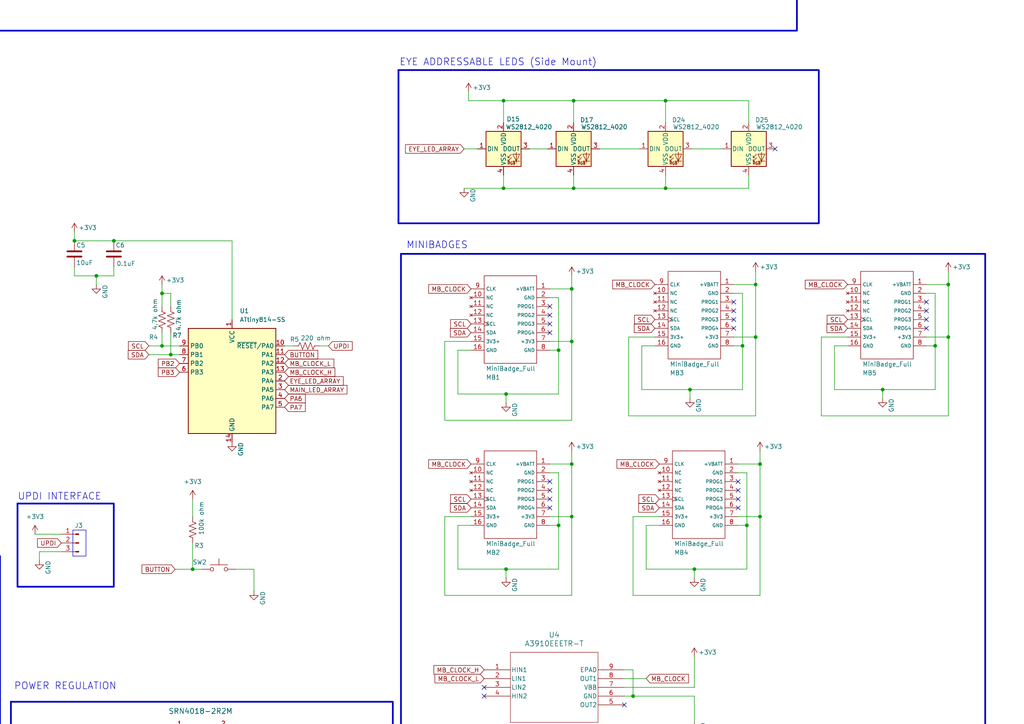
<source format=kicad_sch>
(kicad_sch (version 20250114) (generator "eeschema") (generator_version "9.0")
  (paper "A4")
  (rectangle (start 5.08 146.05) (end 33.0009 170.18) (stroke (width 0.5)))
  (rectangle (start -48.26 161.29) (end 0 248.92) (stroke (width 0.5)))
  (rectangle (start 116.2983 73.6329) (end 285.7499 219.6829) (stroke (width 0.5)))
  (rectangle (start 115.57 20.32) (end 237.49 64.77) (stroke (width 0.5)))
  (rectangle (start 21.1303 153.7425) (end 24.9403 161.29))
  (rectangle (start -32.8446 -115.57) (end 231.14 8.89) (stroke (width 0.5)))
  (rectangle (start 3.1647 203.5443) (end 113.9315 274.2889) (stroke (width 0.5)))
  (text "UV" (at 102.616 247.396 0) (effects (font (size 1.27 1.27)) (justify left bottom)))
  (text "X7R CAPS" (at 14.732 260.096 0) (effects (font (size 1.27 1.27))))
  (text "MINIBADGES" (at 117.8223 72.3629 0) (effects (font (size 2 2)) (justify left bottom)))
  (text "MAIN ADDRESSABLE LEDS (Side Mount)" (at -29.718 -117.856 0) (effects (font (size 2 2)) (justify left bottom)))
  (text "EYE ADDRESSABLE LEDS (Side Mount)" (at 115.824 19.304 0) (effects (font (size 2 2)) (justify left bottom)))
  (text "UPDI INTERFACE" (at 5.08 145.288 0) (effects (font (size 2 2)) (justify left bottom)))
  (text "POWER REGULATION" (at 4.0412 200.2734 0) (effects (font (size 2 2)) (justify left bottom)))
  (text "BATTERY AND USB" (at -48.006 160.782 0) (effects (font (size 2 2)) (justify left bottom)))
  (junction (at 220.4383 149.8329))
  (junction (at 30.48 -67.31))
  (junction (at 83.82 266.7))
  (junction (at 10.16 -55.88))
  (junction (at 166.37 54.61))
  (junction (at 158.75 -35.56))
  (junction (at 10.16 -67.31))
  (junction (at 134.62 -67.31))
  (junction (at 83.82 -55.88))
  (junction (at 34.29 241.3))
  (junction (at 34.29 229.87))
  (junction (at 165.8283 134.5929))
  (junction (at 215.3583 100.3029))
  (junction (at 200.1183 113.0029))
  (junction (at 110.49 -92.71))
  (junction (at 166.37 29.21))
  (junction (at 255.9983 113.0029))
  (junction (at 184.15 -35.56))
  (junction (at 219.1683 82.5229))
  (junction (at 40.64 240.03))
  (junction (at 80.01 266.7))
  (junction (at 146.05 54.61))
  (junction (at 134.62 -92.71))
  (junction (at 83.82 -35.56))
  (junction (at 11.43 -24.13))
  (junction (at 34.29 266.7))
  (junction (at 57.15 -35.56))
  (junction (at 83.82 229.87))
  (junction (at 110.49 -55.88))
  (junction (at 57.15 -55.88))
  (junction (at 110.49 -67.31))
  (junction (at 106.68 229.87))
  (junction (at 110.49 -35.56))
  (junction (at 40.64 234.95))
  (junction (at 165.8283 149.8329))
  (junction (at 183.6083 201.9029))
  (junction (at 46.99 85.09))
  (junction (at 10.16 -92.71))
  (junction (at 193.04 54.61))
  (junction (at 91.44 229.87))
  (junction (at 219.1683 97.7629))
  (junction (at 182.88 -67.31))
  (junction (at 275.0483 82.5229))
  (junction (at 134.62 -55.88))
  (junction (at 57.15 -67.31))
  (junction (at 146.05 29.21))
  (junction (at 25.4 229.9124))
  (junction (at 275.0483 97.7629))
  (junction (at 158.75 -92.71))
  (junction (at 30.48 -55.88))
  (junction (at 57.15 -92.71))
  (junction (at 83.82 -67.31))
  (junction (at 30.48 -35.56))
  (junction (at 134.62 -35.56))
  (junction (at 146.7783 114.2729))
  (junction (at 11.43 -6.35))
  (junction (at 146.7783 165.0729))
  (junction (at 10.16 -35.56))
  (junction (at 21.59 69.85))
  (junction (at 184.15 -55.88))
  (junction (at 80.01 257.81))
  (junction (at 55.88 165.1))
  (junction (at 271.2383 100.3029))
  (junction (at 193.04 29.21))
  (junction (at -5.08 201.93))
  (junction (at 216.6283 152.3729))
  (junction (at 165.8283 83.7929))
  (junction (at 182.88 -92.71))
  (junction (at 165.8283 99.0329))
  (junction (at 30.48 -92.71))
  (junction (at 49.53 102.87))
  (junction (at 46.99 100.33))
  (junction (at 162.0183 152.3729))
  (junction (at 83.82 -92.71))
  (junction (at 27.94 80.01))
  (junction (at -38.1 233.68))
  (junction (at 158.75 -55.88))
  (junction (at 201.3883 165.0729))
  (junction (at 220.4383 134.5929))
  (junction (at 77.47 229.87))
  (junction (at 33.02 69.85))
  (junction (at 80.01 255.27))
  (junction (at 162.0183 101.5729))
  (junction (at 158.75 -67.31))
  (no_connect (at 224.79 43.18))
  (no_connect (at 159.4783 93.9529))
  (no_connect (at 159.4783 142.2129))
  (no_connect (at 268.6983 95.2229))
  (no_connect (at 41.91 -15.24))
  (no_connect (at 214.0883 139.6729))
  (no_connect (at 268.6983 90.1429))
  (no_connect (at -15.24 207.01))
  (no_connect (at 212.8183 90.1429))
  (no_connect (at 214.0883 142.2129))
  (no_connect (at 159.4783 139.6729))
  (no_connect (at 140.4283 199.3629))
  (no_connect (at -15.24 212.09))
  (no_connect (at 159.4783 91.4129))
  (no_connect (at -15.24 214.63))
  (no_connect (at 140.4283 201.9029))
  (no_connect (at 159.4783 96.4929))
  (no_connect (at 268.6983 92.6829))
  (no_connect (at 181.0683 204.4429))
  (no_connect (at 268.6983 87.6029))
  (no_connect (at -15.24 209.55))
  (no_connect (at 212.8183 87.6029))
  (no_connect (at 212.8183 95.2229))
  (no_connect (at 214.0883 147.2929))
  (no_connect (at 212.8183 92.6829))
  (no_connect (at 159.4783 147.2929))
  (no_connect (at 159.4783 88.8729))
  (no_connect (at 159.4783 144.7529))
  (no_connect (at 214.0883 144.7529))
  (wire (pts (xy 212.09 -78.74) (xy 213.36 -78.74)))
  (wire (pts (xy 238.2183 120.6229) (xy 275.0483 120.6229)))
  (wire (pts (xy 83.82 -55.88) (xy 83.82 -53.34)))
  (wire (pts (xy 57.15 -55.88) (xy 57.15 -53.34)))
  (wire (pts (xy 49.53 102.87) (xy 52.07 102.87)))
  (wire (pts (xy 134.62 -35.56) (xy 134.62 -38.1)))
  (wire (pts (xy 17.78 -45.72) (xy 22.86 -45.72)))
  (wire (pts (xy 83.82 -55.88) (xy 110.49 -55.88)))
  (wire (pts (xy 27.94 82.55) (xy 27.94 80.01)))
  (wire (pts (xy 186.1483 113.0029) (xy 186.1483 100.3029)))
  (wire (pts (xy 83.82 -92.71) (xy 110.49 -92.71)))
  (wire (pts (xy 132.8083 114.2729) (xy 132.8083 101.5729)))
  (wire (pts (xy 182.3383 97.7629) (xy 182.3383 120.6229)))
  (wire (pts (xy 200.66 43.18) (xy 209.55 43.18)))
  (wire (pts (xy 136.6183 149.8329) (xy 128.9983 149.8329)))
  (wire (pts (xy 46.99 100.33) (xy 52.07 100.33)))
  (wire (pts (xy 76.2 255.27) (xy 80.01 255.27)))
  (wire (pts (xy 11.43 -6.35) (xy 11.43 -7.62)))
  (wire (pts (xy 36.83 241.3) (xy 34.29 241.3)))
  (wire (pts (xy 50.8 210.82) (xy 36.83 210.82)))
  (wire (pts (xy 36.83 210.82) (xy 36.83 224.79)))
  (wire (pts (xy 25.4 241.3) (xy 25.4 266.7)))
  (wire (pts (xy -40.64 171.45) (xy -40.64 179.07)))
  (wire (pts (xy 83.82 240.03) (xy 83.82 266.7)))
  (wire (pts (xy 201.3883 190.4729) (xy 201.3883 199.3629)))
  (wire (pts (xy 162.0183 114.2729) (xy 146.7783 114.2729)))
  (wire (pts (xy -5.08 -78.74) (xy 2.54 -78.74)))
  (wire (pts (xy -1.27 -62.23) (xy -1.27 -45.72)))
  (wire (pts (xy 219.1683 78.7129) (xy 219.1683 82.5229)))
  (wire (pts (xy 204.47 -71.12) (xy 204.47 -67.31)))
  (wire (pts (xy 173.99 43.18) (xy 185.42 43.18)))
  (wire (pts (xy 186.1483 100.3029) (xy 189.9583 100.3029)))
  (wire (pts (xy 212.8183 82.5229) (xy 219.1683 82.5229)))
  (wire (pts (xy 11.43 -24.13) (xy 34.29 -24.13)))
  (wire (pts (xy 193.04 29.21) (xy 193.04 35.56)))
  (wire (pts (xy 128.9983 172.6929) (xy 165.8283 172.6929)))
  (wire (pts (xy -7.62 201.93) (xy -5.08 201.93)))
  (wire (pts (xy 83.82 -35.56) (xy 83.82 -38.1)))
  (wire (pts (xy 134.62 -92.71) (xy 134.62 -86.36)))
  (wire (pts (xy 83.82 -67.31) (xy 110.49 -67.31)))
  (wire (pts (xy 146.7783 165.0729) (xy 132.8083 165.0729)))
  (wire (pts (xy 190.5 -78.74) (xy 196.85 -78.74)))
  (wire (pts (xy 166.37 -78.74) (xy 175.26 -78.74)))
  (wire (pts (xy 212.8183 100.3029) (xy 215.3583 100.3029)))
  (wire (pts (xy 220.4383 134.5929) (xy 220.4383 149.8329)))
  (wire (pts (xy 275.0483 78.7129) (xy 275.0483 82.5229)))
  (wire (pts (xy 142.24 -45.72) (xy 151.13 -45.72)))
  (wire (pts (xy 43.18 102.87) (xy 49.53 102.87)))
  (wire (pts (xy 215.3583 113.0029) (xy 200.1183 113.0029)))
  (wire (pts (xy 159.4783 149.8329) (xy 165.8283 149.8329)))
  (wire (pts (xy 118.11 -45.72) (xy 127 -45.72)))
  (wire (pts (xy 10.16 -67.31) (xy 30.48 -67.31)))
  (wire (pts (xy 24.2543 229.9124) (xy 25.4 229.9124)))
  (wire (pts (xy 34.29 240.03) (xy 34.29 241.3)))
  (wire (pts (xy 83.82 -71.12) (xy 83.82 -67.31)))
  (wire (pts (xy 216.6283 137.1329) (xy 216.6283 152.3729)))
  (wire (pts (xy 11.9642 232.4524) (xy 11.9642 232.41)))
  (wire (pts (xy 184.15 -35.56) (xy 184.15 -38.1)))
  (wire (pts (xy 214.0883 137.1329) (xy 216.6283 137.1329)))
  (wire (pts (xy 184.15 -35.56) (xy 205.74 -35.56)))
  (wire (pts (xy 134.62 -67.31) (xy 110.49 -67.31)))
  (wire (pts (xy -5.08 201.93) (xy -5.08 204.47)))
  (wire (pts (xy 110.49 -86.36) (xy 110.49 -92.71)))
  (wire (pts (xy 182.88 -92.71) (xy 158.75 -92.71)))
  (wire (pts (xy 110.49 -35.56) (xy 134.62 -35.56)))
  (wire (pts (xy 193.04 29.21) (xy 217.17 29.21)))
  (wire (pts (xy 128.9983 99.0329) (xy 128.9983 121.8929)))
  (wire (pts (xy 275.0483 120.6229) (xy 275.0483 97.7629)))
  (wire (pts (xy 183.6083 201.9029) (xy 201.3883 201.9029)))
  (wire (pts (xy 46.99 88.9) (xy 46.99 85.09)))
  (wire (pts (xy 91.44 229.87) (xy 91.44 232.41)))
  (wire (pts (xy 57.15 -92.71) (xy 83.82 -92.71)))
  (wire (pts (xy 134.62 -55.88) (xy 134.62 -53.34)))
  (wire (pts (xy 57.15 -35.56) (xy 83.82 -35.56)))
  (wire (pts (xy 10.16 -35.56) (xy 10.16 -38.1)))
  (wire (pts (xy 213.36 -45.72) (xy 218.44 -45.72)))
  (wire (pts (xy 106.68 241.3) (xy 106.68 245.11)))
  (wire (pts (xy 220.4383 130.7829) (xy 220.4383 134.5929)))
  (wire (pts (xy 268.6983 82.5229) (xy 275.0483 82.5229)))
  (wire (pts (xy 159.4783 152.3729) (xy 162.0183 152.3729)))
  (wire (pts (xy 30.48 -92.71) (xy 57.15 -92.71)))
  (wire (pts (xy 13.2342 227.33) (xy 11.43 227.33)))
  (wire (pts (xy 162.0183 165.0729) (xy 146.7783 165.0729)))
  (wire (pts (xy 67.31 69.85) (xy 33.02 69.85)))
  (wire (pts (xy 21.59 80.01) (xy 27.94 80.01)))
  (wire (pts (xy 92.71 100.33) (xy 95.25 100.33)))
  (wire (pts (xy 201.3883 165.0729) (xy 201.3883 167.6129)))
  (wire (pts (xy 204.47 -86.36) (xy 204.47 -92.71)))
  (wire (pts (xy 83.82 229.87) (xy 83.82 232.41)))
  (wire (pts (xy 134.62 43.18) (xy 138.43 43.18)))
  (wire (pts (xy 159.4783 137.1329) (xy 162.0183 137.1329)))
  (wire (pts (xy 83.82 -35.56) (xy 110.49 -35.56)))
  (wire (pts (xy 34.29 266.7) (xy 34.29 251.46)))
  (wire (pts (xy 30.48 -71.12) (xy 30.48 -67.31)))
  (wire (pts (xy 50.8 165.1) (xy 55.88 165.1)))
  (wire (pts (xy 76.2 240.03) (xy 77.47 240.03)))
  (wire (pts (xy 36.83 234.95) (xy 36.83 241.3)))
  (wire (pts (xy 153.67 43.18) (xy 158.75 43.18)))
  (wire (pts (xy -30.48 232.41) (xy -30.48 233.68)))
  (wire (pts (xy 165.8283 130.7829) (xy 165.8283 134.5929)))
  (wire (pts (xy 83.82 266.7) (xy 91.44 266.7)))
  (wire (pts (xy 30.48 -92.71) (xy 30.48 -86.36)))
  (wire (pts (xy 166.37 29.21) (xy 193.04 29.21)))
  (wire (pts (xy 146.05 29.21) (xy 146.05 35.56)))
  (wire (pts (xy 10.16 -92.71) (xy 30.48 -92.71)))
  (wire (pts (xy 76.2 229.87) (xy 77.47 229.87)))
  (wire (pts (xy 80.01 255.27) (xy 80.01 257.81)))
  (wire (pts (xy 110.49 -35.56) (xy 110.49 -38.1)))
  (wire (pts (xy 165.8283 83.7929) (xy 165.8283 99.0329)))
  (wire (pts (xy 10.16 -55.88) (xy 10.16 -53.34)))
  (wire (pts (xy 158.75 -35.56) (xy 158.75 -38.1)))
  (wire (pts (xy 213.36 -62.23) (xy -1.27 -62.23)))
  (wire (pts (xy 25.4 229.87) (xy 25.4 229.9124)))
  (wire (pts (xy 43.18 100.33) (xy 46.99 100.33)))
  (wire (pts (xy 271.2383 113.0029) (xy 255.9983 113.0029)))
  (wire (pts (xy 83.82 229.87) (xy 91.44 229.87)))
  (wire (pts (xy 6.35 -24.13) (xy 11.43 -24.13)))
  (wire (pts (xy 11.43 162.56) (xy 11.43 160.02)))
  (wire (pts (xy 34.29 229.87) (xy 34.29 232.41)))
  (wire (pts (xy 40.64 234.95) (xy 36.83 234.95)))
  (wire (pts (xy -2.54 -29.21) (xy -2.54 -15.24)))
  (wire (pts (xy 5.08 -55.88) (xy 10.16 -55.88)))
  (wire (pts (xy 166.37 54.61) (xy 193.04 54.61)))
  (wire (pts (xy 182.88 -92.71) (xy 182.88 -86.36)))
  (wire (pts (xy 166.37 29.21) (xy 166.37 35.56)))
  (wire (pts (xy 46.99 85.09) (xy 49.53 85.09)))
  (wire (pts (xy 68.58 165.1) (xy 73.66 165.1)))
  (wire (pts (xy 57.15 -55.88) (xy 83.82 -55.88)))
  (wire (pts (xy 213.36 -78.74) (xy 213.36 -62.23)))
  (wire (pts (xy 21.59 67.31) (xy 21.59 69.85)))
  (wire (pts (xy 13.2342 227.3724) (xy 13.2342 227.33)))
  (wire (pts (xy 5.08 -6.35) (xy 11.43 -6.35)))
  (wire (pts (xy 189.9583 97.7629) (xy 182.3383 97.7629)))
  (wire (pts (xy 106.68 229.87) (xy 106.68 233.68)))
  (wire (pts (xy 80.01 266.7) (xy 34.29 266.7)))
  (wire (pts (xy 91.44 -78.74) (xy 102.87 -78.74)))
  (wire (pts (xy -30.48 233.68) (xy -38.1 233.68)))
  (wire (pts (xy 83.82 -86.36) (xy 83.82 -92.71)))
  (wire (pts (xy 275.0483 82.5229) (xy 275.0483 97.7629)))
  (wire (pts (xy 49.53 96.52) (xy 49.53 102.87)))
  (wire (pts (xy 219.1683 82.5229) (xy 219.1683 97.7629)))
  (wire (pts (xy 159.4783 99.0329) (xy 165.8283 99.0329)))
  (wire (pts (xy 7.62 -35.56) (xy 10.16 -35.56)))
  (wire (pts (xy 184.15 -55.88) (xy 205.74 -55.88)))
  (wire (pts (xy 182.3383 120.6229) (xy 219.1683 120.6229)))
  (wire (pts (xy 21.59 77.47) (xy 21.59 80.01)))
  (wire (pts (xy 55.88 157.48) (xy 55.88 165.1)))
  (wire (pts (xy 17.78 -78.74) (xy 22.86 -78.74)))
  (wire (pts (xy 158.75 -71.12) (xy 158.75 -67.31)))
  (wire (pts (xy 30.48 -67.31) (xy 57.15 -67.31)))
  (wire (pts (xy 217.17 29.21) (xy 217.17 35.56)))
  (wire (pts (xy 80.01 266.7) (xy 83.82 266.7)))
  (wire (pts (xy 106.68 252.73) (xy 106.68 254)))
  (wire (pts (xy 132.8083 165.0729) (xy 132.8083 152.3729)))
  (wire (pts (xy 57.15 -67.31) (xy 83.82 -67.31)))
  (wire (pts (xy 218.44 -29.21) (xy -2.54 -29.21)))
  (wire (pts (xy 132.8083 152.3729) (xy 136.6183 152.3729)))
  (wire (pts (xy 81.28 224.79) (xy 76.2 224.79)))
  (wire (pts (xy 34.29 229.87) (xy 40.64 229.87)))
  (wire (pts (xy -38.1 232.41) (xy -38.1 233.68)))
  (wire (pts (xy 82.55 100.33) (xy 85.09 100.33)))
  (wire (pts (xy 218.44 -45.72) (xy 218.44 -29.21)))
  (wire (pts (xy 201.3883 165.0729) (xy 187.4183 165.0729)))
  (wire (pts (xy 118.11 -78.74) (xy 127 -78.74)))
  (wire (pts (xy 19.05 -15.24) (xy 26.67 -15.24)))
  (wire (pts (xy 187.4183 196.8229) (xy 181.0683 196.8229)))
  (wire (pts (xy 193.04 54.61) (xy 193.04 50.8)))
  (wire (pts (xy 13.2342 227.3724) (xy 14.0943 227.3724)))
  (wire (pts (xy 214.0883 152.3729) (xy 216.6283 152.3729)))
  (wire (pts (xy 10.16 154.94) (xy 17.78 154.94)))
  (wire (pts (xy 10.16 -55.88) (xy 30.48 -55.88)))
  (wire (pts (xy 30.48 -55.88) (xy 30.48 -53.34)))
  (wire (pts (xy 212.8183 97.7629) (xy 219.1683 97.7629)))
  (wire (pts (xy 36.83 224.79) (xy 40.64 224.79)))
  (wire (pts (xy 214.0883 134.5929) (xy 220.4383 134.5929)))
  (wire (pts (xy 220.4383 172.6929) (xy 220.4383 149.8329)))
  (wire (pts (xy 268.6983 100.3029) (xy 271.2383 100.3029)))
  (wire (pts (xy 77.47 240.03) (xy 77.47 229.87)))
  (wire (pts (xy 158.75 -92.71) (xy 158.75 -86.36)))
  (wire (pts (xy -2.54 -15.24) (xy 3.81 -15.24)))
  (wire (pts (xy 135.89 26.67) (xy 135.89 29.21)))
  (wire (pts (xy 132.8083 101.5729) (xy 136.6183 101.5729)))
  (wire (pts (xy 80.01 257.81) (xy 80.01 266.7)))
  (wire (pts (xy 200.1183 113.0029) (xy 200.1183 115.5429)))
  (wire (pts (xy 76.2 250.19) (xy 80.01 250.19)))
  (wire (pts (xy 182.88 -67.31) (xy 158.75 -67.31)))
  (wire (pts (xy 66.04 210.82) (xy 81.28 210.82)))
  (wire (pts (xy 255.9983 113.0029) (xy 242.0283 113.0029)))
  (wire (pts (xy 214.0883 149.8329) (xy 220.4383 149.8329)))
  (wire (pts (xy 81.28 210.82) (xy 81.28 224.79)))
  (wire (pts (xy 142.24 -78.74) (xy 151.13 -78.74)))
  (wire (pts (xy 21.59 69.85) (xy 33.02 69.85)))
  (wire (pts (xy 165.8283 79.9829) (xy 165.8283 83.7929)))
  (wire (pts (xy 57.15 -35.56) (xy 57.15 -38.1)))
  (wire (pts (xy 38.1 -45.72) (xy 49.53 -45.72)))
  (wire (pts (xy 245.8383 97.7629) (xy 238.2183 97.7629)))
  (wire (pts (xy 166.37 50.8) (xy 166.37 54.61)))
  (wire (pts (xy 49.53 85.09) (xy 49.53 88.9)))
  (wire (pts (xy 64.77 -78.74) (xy 76.2 -78.74)))
  (wire (pts (xy 158.75 -67.31) (xy 134.62 -67.31)))
  (wire (pts (xy 146.05 29.21) (xy 166.37 29.21)))
  (wire (pts (xy 73.66 165.1) (xy 73.66 171.45)))
  (wire (pts (xy 219.1683 120.6229) (xy 219.1683 97.7629)))
  (wire (pts (xy 268.6983 97.7629) (xy 275.0483 97.7629)))
  (wire (pts (xy -1.27 -45.72) (xy 2.54 -45.72)))
  (wire (pts (xy 134.62 -92.71) (xy 110.49 -92.71)))
  (wire (pts (xy 10.16 -71.12) (xy 10.16 -67.31)))
  (wire (pts (xy 38.1 -78.74) (xy 49.53 -78.74)))
  (wire (pts (xy 40.64 234.95) (xy 40.64 240.03)))
  (wire (pts (xy 46.99 82.55) (xy 46.99 85.09)))
  (wire (pts (xy 30.48 -35.56) (xy 30.48 -38.1)))
  (wire (pts (xy 11.43 -24.13) (xy 11.43 -22.86)))
  (wire (pts (xy 162.0183 101.5729) (xy 162.0183 114.2729)))
  (wire (pts (xy 204.47 -92.71) (xy 182.88 -92.71)))
  (wire (pts (xy 80.01 250.19) (xy 80.01 255.27)))
  (wire (pts (xy 158.75 -55.88) (xy 184.15 -55.88)))
  (wire (pts (xy 242.0283 113.0029) (xy 242.0283 100.3029)))
  (wire (pts (xy 110.49 -71.12) (xy 110.49 -67.31)))
  (wire (pts (xy 158.75 -92.71) (xy 134.62 -92.71)))
  (wire (pts (xy 215.3583 100.3029) (xy 215.3583 113.0029)))
  (wire (pts (xy 204.47 -67.31) (xy 182.88 -67.31)))
  (wire (pts (xy 166.37 -45.72) (xy 176.53 -45.72)))
  (wire (pts (xy 268.6983 85.0629) (xy 271.2383 85.0629)))
  (wire (pts (xy 135.89 29.21) (xy 146.05 29.21)))
  (wire (pts (xy 165.8283 121.8929) (xy 165.8283 99.0329)))
  (wire (pts (xy 183.6083 172.6929) (xy 220.4383 172.6929)))
  (wire (pts (xy 191.77 -45.72) (xy 198.12 -45.72)))
  (wire (pts (xy 158.75 -35.56) (xy 184.15 -35.56)))
  (wire (pts (xy 158.75 -55.88) (xy 158.75 -53.34)))
  (wire (pts (xy 212.8183 85.0629) (xy 215.3583 85.0629)))
  (wire (pts (xy 165.8283 134.5929) (xy 165.8283 149.8329)))
  (wire (pts (xy 136.6183 99.0329) (xy 128.9983 99.0329)))
  (wire (pts (xy 205.74 -55.88) (xy 205.74 -53.34)))
  (wire (pts (xy 34.29 -6.35) (xy 34.29 -7.62)))
  (wire (pts (xy 215.3583 85.0629) (xy 215.3583 100.3029)))
  (wire (pts (xy 55.88 165.1) (xy 58.42 165.1)))
  (wire (pts (xy 34.29 -24.13) (xy 34.29 -22.86)))
  (wire (pts (xy 242.0283 100.3029) (xy 245.8383 100.3029)))
  (wire (pts (xy 162.0183 86.3329) (xy 162.0183 101.5729)))
  (wire (pts (xy 187.4183 165.0729) (xy 187.4183 152.3729)))
  (wire (pts (xy -7.62 199.39) (xy -5.08 199.39)))
  (wire (pts (xy -8.89 -67.31) (xy 10.16 -67.31)))
  (wire (pts (xy 30.48 -35.56) (xy 57.15 -35.56)))
  (wire (pts (xy 165.8283 172.6929) (xy 165.8283 149.8329)))
  (wire (pts (xy 10.16 -92.71) (xy 10.16 -86.36)))
  (wire (pts (xy 91.44 229.87) (xy 106.68 229.87)))
  (wire (pts (xy 146.05 54.61) (xy 166.37 54.61)))
  (wire (pts (xy 216.6283 152.3729) (xy 216.6283 165.0729)))
  (wire (pts (xy 11.9642 232.41) (xy 11.43 232.41)))
  (wire (pts (xy -5.08 199.39) (xy -5.08 201.93)))
  (wire (pts (xy 159.4783 86.3329) (xy 162.0183 86.3329)))
  (wire (pts (xy 200.1183 113.0029) (xy 186.1483 113.0029)))
  (wire (pts (xy 40.64 240.03) (xy 40.64 247.65)))
  (wire (pts (xy 64.77 -45.72) (xy 76.2 -45.72)))
  (wire (pts (xy 33.02 80.01) (xy 33.02 77.47)))
  (wire (pts (xy 30.48 -55.88) (xy 57.15 -55.88)))
  (wire (pts (xy 205.74 -35.56) (xy 205.74 -38.1)))
  (wire (pts (xy 193.04 54.61) (xy 217.17 54.61)))
  (wire (pts (xy 67.31 92.71) (xy 67.31 69.85)))
  (wire (pts (xy 183.6083 194.2829) (xy 183.6083 201.9029)))
  (wire (pts (xy 187.4183 152.3729) (xy 191.2283 152.3729)))
  (wire (pts (xy 159.4783 134.5929) (xy 165.8283 134.5929)))
  (wire (pts (xy 25.4 229.9124) (xy 25.4 233.68)))
  (wire (pts (xy 10.16 -35.56) (xy 30.48 -35.56)))
  (wire (pts (xy 255.9983 113.0029) (xy 255.9983 115.5429)))
  (wire (pts (xy 271.2383 85.0629) (xy 271.2383 100.3029)))
  (wire (pts (xy 162.0183 152.3729) (xy 162.0183 165.0729)))
  (wire (pts (xy 216.6283 165.0729) (xy 201.3883 165.0729)))
  (wire (pts (xy 238.2183 97.7629) (xy 238.2183 120.6229)))
  (wire (pts (xy 57.15 -92.71) (xy 57.15 -86.36)))
  (wire (pts (xy 159.4783 101.5729) (xy 162.0183 101.5729)))
  (wire (pts (xy 184.15 -55.88) (xy 184.15 -53.34)))
  (wire (pts (xy -29.21 171.45) (xy -24.13 171.45)))
  (wire (pts (xy 11.43 -6.35) (xy 34.29 -6.35)))
  (wire (pts (xy 77.47 229.87) (xy 83.82 229.87)))
  (wire (pts (xy -10.16 -95.25) (xy -10.16 -92.71)))
  (wire (pts (xy 91.44 -45.72) (xy 102.87 -45.72)))
  (wire (pts (xy 146.7783 114.2729) (xy 132.8083 114.2729)))
  (wire (pts (xy 146.05 50.8) (xy 146.05 54.61)))
  (wire (pts (xy -10.16 -92.71) (xy 10.16 -92.71)))
  (wire (pts (xy -39.37 171.45) (xy -40.64 171.45)))
  (wire (pts (xy 46.99 96.52) (xy 46.99 100.33)))
  (wire (pts (xy 91.44 266.7) (xy 91.44 240.03)))
  (wire (pts (xy 182.88 -71.12) (xy 182.88 -67.31)))
  (wire (pts (xy 128.9983 149.8329) (xy 128.9983 172.6929)))
  (wire (pts (xy 110.49 -55.88) (xy 134.62 -55.88)))
  (wire (pts (xy 159.4783 83.7929) (xy 165.8283 83.7929)))
  (wire (pts (xy 128.9983 121.8929) (xy 165.8283 121.8929)))
  (wire (pts (xy 181.0683 194.2829) (xy 183.6083 194.2829)))
  (wire (pts (xy 217.17 54.61) (xy 217.17 50.8)))
  (wire (pts (xy 110.49 -55.88) (xy 110.49 -53.34)))
  (wire (pts (xy 181.0683 199.3629) (xy 201.3883 199.3629)))
  (wire (pts (xy 134.62 -55.88) (xy 158.75 -55.88)))
  (wire (pts (xy 76.2 257.81) (xy 80.01 257.81)))
  (wire (pts (xy 201.3883 201.9029) (xy 201.3883 209.5229)))
  (wire (pts (xy 162.0183 137.1329) (xy 162.0183 152.3729)))
  (wire (pts (xy 134.62 -35.56) (xy 158.75 -35.56)))
  (wire (pts (xy 106.68 229.87) (xy 106.68 222.25)))
  (wire (pts (xy 146.7783 165.0729) (xy 146.7783 167.6129)))
  (wire (pts (xy 25.4 266.7) (xy 34.29 266.7)))
  (wire (pts (xy 57.15 -71.12) (xy 57.15 -67.31)))
  (wire (pts (xy 25.4 229.87) (xy 34.29 229.87)))
  (wire (pts (xy 34.29 241.3) (xy 34.29 243.84)))
  (wire (pts (xy 146.7783 114.2729) (xy 146.7783 116.8129)))
  (wire (pts (xy 134.62 54.61) (xy 146.05 54.61)))
  (wire (pts (xy 183.6083 149.8329) (xy 183.6083 172.6929)))
  (wire (pts (xy 191.2283 149.8329) (xy 183.6083 149.8329)))
  (wire (pts (xy 181.0683 201.9029) (xy 183.6083 201.9029)))
  (wire (pts (xy 11.9642 232.4524) (xy 14.0943 232.4524)))
  (wire (pts (xy 271.2383 100.3029) (xy 271.2383 113.0029)))
  (wire (pts (xy 27.94 80.01) (xy 33.02 80.01)))
  (wire (pts (xy -38.1 233.68) (xy -38.1 236.22)))
  (wire (pts (xy 11.43 160.02) (xy 17.78 160.02)))
  (wire (pts (xy 134.62 -71.12) (xy 134.62 -67.31)))
  (wire (pts (xy 55.88 144.78) (xy 55.88 149.86)))
  (global_label "MB_CLOCK" (shape input) (at 245.8383 82.5229 180) (property "Intersheetrefs" "${INTERSHEET_REFS}" (effects (hide yes))))
  (global_label "VBUS" (shape input) (at -15.24 194.31 0) (property "Intersheetrefs" "${INTERSHEET_REFS}" (effects (hide yes))))
  (global_label "MB_CLOCK" (shape input) (at 136.6183 134.5929 180) (property "Intersheetrefs" "${INTERSHEET_REFS}" (effects (hide yes))))
  (global_label "SCL" (shape input) (at 245.8383 92.6829 180) (property "Intersheetrefs" "${INTERSHEET_REFS}" (effects (hide yes))))
  (global_label "SCL" (shape input) (at 136.6183 144.7529 180) (property "Intersheetrefs" "${INTERSHEET_REFS}" (effects (hide yes))))
  (global_label "EYE_LED_ARRAY" (shape input) (at 134.62 43.18 180) (property "Intersheetrefs" "${INTERSHEET_REFS}" (effects (hide yes))))
  (global_label "MAIN_LED_ARRAY" (shape input) (at -5.08 -78.74 180) (property "Intersheetrefs" "${INTERSHEET_REFS}" (effects (hide yes))))
  (global_label "SDA" (shape input) (at 189.9583 95.2229 180) (property "Intersheetrefs" "${INTERSHEET_REFS}" (effects (hide yes))))
  (global_label "BATT" (shape input) (at -24.13 171.45 0) (property "Intersheetrefs" "${INTERSHEET_REFS}" (effects (hide yes))))
  (global_label "SDA" (shape input) (at 43.18 102.87 180) (property "Intersheetrefs" "${INTERSHEET_REFS}" (effects (hide yes))))
  (global_label "PA7" (shape input) (at 82.55 118.11 0) (property "Intersheetrefs" "${INTERSHEET_REFS}" (effects (hide yes))))
  (global_label "MB_CLOCK" (shape input) (at 191.2283 134.5929 180) (property "Intersheetrefs" "${INTERSHEET_REFS}" (effects (hide yes))))
  (global_label "SCL" (shape input) (at 189.9583 92.6829 180) (property "Intersheetrefs" "${INTERSHEET_REFS}" (effects (hide yes))))
  (global_label "MB_CLOCK_H" (shape input) (at 82.55 107.95 0) (property "Intersheetrefs" "${INTERSHEET_REFS}" (effects (hide yes))))
  (global_label "SCL" (shape input) (at 136.6183 93.9529 180) (property "Intersheetrefs" "${INTERSHEET_REFS}" (effects (hide yes))))
  (global_label "BUTTON" (shape input) (at 50.8 165.1 180) (property "Intersheetrefs" "${INTERSHEET_REFS}" (effects (hide yes))))
  (global_label "MB_CLOCK" (shape input) (at 189.9583 82.5229 180) (property "Intersheetrefs" "${INTERSHEET_REFS}" (effects (hide yes))))
  (global_label "BATT" (shape input) (at 11.43 232.41 180) (property "Intersheetrefs" "${INTERSHEET_REFS}" (effects (hide yes))))
  (global_label "PA6" (shape input) (at 82.55 115.57 0) (property "Intersheetrefs" "${INTERSHEET_REFS}" (effects (hide yes))))
  (global_label "SDA" (shape input) (at 191.2283 147.2929 180) (property "Intersheetrefs" "${INTERSHEET_REFS}" (effects (hide yes))))
  (global_label "SDA" (shape input) (at 136.6183 147.2929 180) (property "Intersheetrefs" "${INTERSHEET_REFS}" (effects (hide yes))))
  (global_label "VBUS" (shape input) (at 11.43 227.33 180) (property "Intersheetrefs" "${INTERSHEET_REFS}" (effects (hide yes))))
  (global_label "EYE_LED_ARRAY" (shape input) (at 82.55 110.49 0) (property "Intersheetrefs" "${INTERSHEET_REFS}" (effects (hide yes))))
  (global_label "SDA" (shape input) (at 136.6183 96.4929 180) (property "Intersheetrefs" "${INTERSHEET_REFS}" (effects (hide yes))))
  (global_label "SDA" (shape input) (at 245.8383 95.2229 180) (property "Intersheetrefs" "${INTERSHEET_REFS}" (effects (hide yes))))
  (global_label "MB_CLOCK_L" (shape input) (at 140.4283 196.8229 180) (property "Intersheetrefs" "${INTERSHEET_REFS}" (effects (hide yes))))
  (global_label "MB_CLOCK_L" (shape input) (at 82.55 105.41 0) (property "Intersheetrefs" "${INTERSHEET_REFS}" (effects (hide yes))))
  (global_label "MAIN_LED_ARRAY" (shape input) (at 82.55 113.03 0) (property "Intersheetrefs" "${INTERSHEET_REFS}" (effects (hide yes))))
  (global_label "PB3" (shape input) (at 52.07 107.95 180) (property "Intersheetrefs" "${INTERSHEET_REFS}" (effects (hide yes))))
  (global_label "UPDI" (shape input) (at 95.25 100.33 0) (property "Intersheetrefs" "${INTERSHEET_REFS}" (effects (hide yes))))
  (global_label "SCL" (shape input) (at 191.2283 144.7529 180) (property "Intersheetrefs" "${INTERSHEET_REFS}" (effects (hide yes))))
  (global_label "PB2" (shape input) (at 52.07 105.41 180) (property "Intersheetrefs" "${INTERSHEET_REFS}" (effects (hide yes))))
  (global_label "SCL" (shape input) (at 43.18 100.33 180) (property "Intersheetrefs" "${INTERSHEET_REFS}" (effects (hide yes))))
  (global_label "MB_CLOCK" (shape input) (at 187.4183 196.8229 0) (property "Intersheetrefs" "${INTERSHEET_REFS}" (effects (hide yes))))
  (global_label "MB_CLOCK_H" (shape input) (at 140.4283 194.2829 180) (property "Intersheetrefs" "${INTERSHEET_REFS}" (effects (hide yes))))
  (global_label "MB_CLOCK" (shape input) (at 136.6183 83.7929 180) (property "Intersheetrefs" "${INTERSHEET_REFS}" (effects (hide yes))))
  (global_label "BUTTON" (shape input) (at 82.55 102.87 0) (property "Intersheetrefs" "${INTERSHEET_REFS}" (effects (hide yes))))
  (global_label "UPDI" (shape input) (at 17.78 157.48 180) (property "Intersheetrefs" "${INTERSHEET_REFS}" (effects (hide yes))))
  (symbol (lib_id "MiniBadge:MiniBadge_Full") (at 201.3883 91.4129 270) (unit 1)
    (property "Reference" "MB3" (at 194.2763 108.1769 90) (effects (justify left)))
    (property "Value" "MiniBadge_Full" (at 194.2763 105.6369 90) (effects (justify left)))
    (property "Footprint" "MiniBadge:MiniBadge_Slot_Reflective" (effects (hide yes)))
  )
  (symbol (lib_id "PCM_marbastlib-various:WS2812_4020") (at 217.17 43.18 0) (unit 1)
    (property "Reference" "D25" (at 220.98 34.798 0))
    (property "Value" "WS2812_4020" (at 226.06 36.83 0))
    (property "Footprint" "mad_hatter_badge:sk6812-side-a" (effects (hide yes)))
    (property "Datasheet" "https://datasheet.lcsc.com/lcsc/2012110135_Worldsemi-WS2812B-4020_C965557.pdf" (effects (hide yes)))
    (property "Description" "4020 SMD adressable RGB LED with integrated controller" (effects (hide yes)))
  )
  (symbol (lib_id "power:GND") (at 200.1183 115.5429 0) (unit 1)
    (property "Reference" "#PWR024" (effects (hide yes)))
    (property "Value" "GND" (at 202.6583 115.5429 90) (effects (justify right)))
  )
  (symbol (lib_id "power:GND") (at 146.7783 167.6129 0) (unit 1)
    (property "Reference" "#PWR022" (effects (hide yes)))
    (property "Value" "GND" (at 149.3183 167.6129 90) (effects (justify right)))
  )
  (symbol (lib_id "power:GND") (at -40.64 179.07 0) (unit 1)
    (property "Reference" "#PWR08" (effects (hide yes)))
    (property "Value" "GND" (at -38.1 179.07 90) (effects (justify right)))
  )
  (symbol (lib_id "PCM_marbastlib-various:WS2812_4020") (at 34.29 -15.24 0) (unit 1)
    (property "Reference" "D23" (at 37.592 -24.638 0))
    (property "Value" "WS2812_4020" (at 42.672 -21.844 0))
    (property "Footprint" "mad_hatter_badge:sk6812-side-a" (effects (hide yes)))
    (property "Datasheet" "https://datasheet.lcsc.com/lcsc/2012110135_Worldsemi-WS2812B-4020_C965557.pdf" (effects (hide yes)))
    (property "Description" "4020 SMD adressable RGB LED with integrated controller" (effects (hide yes)))
  )
  (symbol (lib_id "2024-08-26_15-06-03:SRN4018-2R2M") (at 66.04 210.82 180) (unit 1)
    (property "Reference" "L1" (at 58.42 218.44 0) (effects (font (size 1.524 1.524))))
    (property "Value" "SRN4018-2R2M" (at 58.166 206.248 0) (effects (font (size 1.524 1.524))))
    (property "Footprint" "Inductor_SMD:L_Bourns-SRN4018" (effects (hide yes)))
    (property "Datasheet" "SRN4018-2R2M" (effects (hide yes)))
  )
  (symbol (lib_id "power:+3V3") (at 5.08 -55.88 0) (unit 1)
    (property "Reference" "#PWR06" (effects (hide yes)))
    (property "Value" "+3V3" (at 8.89 -57.15 0))
  )
  (symbol (lib_id "MiniBadge:MiniBadge_Full") (at 202.6583 143.4829 270) (unit 1)
    (property "Reference" "MB4" (at 195.5463 160.2469 90) (effects (justify left)))
    (property "Value" "MiniBadge_Full" (at 195.5463 157.7069 90) (effects (justify left)))
    (property "Footprint" "MiniBadge:MiniBadge_Slot_Reflective" (effects (hide yes)))
  )
  (symbol (lib_id "power:+3V3") (at 21.59 67.31 0) (unit 1)
    (property "Reference" "#PWR020" (effects (hide yes)))
    (property "Value" "+3V3" (at 25.4 66.04 0))
  )
  (symbol (lib_id "PCM_marbastlib-various:WS2812_4020") (at 110.49 -45.72 0) (unit 1)
    (property "Reference" "D16" (at 113.792 -55.118 0))
    (property "Value" "WS2812_4020" (at 118.872 -52.324 0))
    (property "Footprint" "mad_hatter_badge:sk6812-side-a" (effects (hide yes)))
    (property "Datasheet" "https://datasheet.lcsc.com/lcsc/2012110135_Worldsemi-WS2812B-4020_C965557.pdf" (effects (hide yes)))
    (property "Description" "4020 SMD adressable RGB LED with integrated controller" (effects (hide yes)))
  )
  (symbol (lib_id "PCM_marbastlib-various:WS2812_4020") (at 57.15 -45.72 0) (unit 1)
    (property "Reference" "D7" (at 60.452 -55.118 0))
    (property "Value" "WS2812_4020" (at 65.532 -52.324 0))
    (property "Footprint" "mad_hatter_badge:sk6812-side-a" (effects (hide yes)))
    (property "Datasheet" "https://datasheet.lcsc.com/lcsc/2012110135_Worldsemi-WS2812B-4020_C965557.pdf" (effects (hide yes)))
    (property "Description" "4020 SMD adressable RGB LED with integrated controller" (effects (hide yes)))
  )
  (symbol (lib_id "Device:R_US") (at 34.29 236.22 0) (unit 1)
    (property "Reference" "R1" (at 29.718 241.046 0) (effects (justify left)))
    (property "Value" "100 ohm" (at 32.258 239.268 90) (effects (justify left)))
    (property "Footprint" "Resistor_SMD:R_0603_1608Metric_Pad0.98x0.95mm_HandSolder" (effects (hide yes)))
  )
  (symbol (lib_id "power:GND") (at 201.3883 209.5229 0) (unit 1)
    (property "Reference" "#PWR037" (effects (hide yes)))
    (property "Value" "GND" (at 203.9283 209.5229 90) (effects (justify right)))
  )
  (symbol (lib_id "Device:R_US") (at 88.9 100.33 270) (unit 1)
    (property "Reference" "R5" (at 84.09 98.4547 90) (effects (justify left)))
    (property "Value" "220 ohm" (at 87.1757 98.0683 90) (effects (justify left)))
    (property "Footprint" "Resistor_SMD:R_0603_1608Metric_Pad0.98x0.95mm_HandSolder" (effects (hide yes)))
  )
  (symbol (lib_id "power:GND") (at -38.1 236.22 0) (unit 1)
    (property "Reference" "#PWR011" (effects (hide yes)))
    (property "Value" "GND" (at -36.068 237.49 90) (effects (justify right)))
  )
  (symbol (lib_id "MiniBadge:MiniBadge_Full") (at 257.2683 91.4129 270) (unit 1)
    (property "Reference" "MB5" (at 250.1563 108.1769 90) (effects (justify left)))
    (property "Value" "MiniBadge_Full" (at 250.1563 105.6369 90) (effects (justify left)))
    (property "Footprint" "MiniBadge:MiniBadge_Slot_Reflective" (effects (hide yes)))
  )
  (symbol (lib_id "Device:C") (at 21.59 73.66 0) (unit 1)
    (property "Reference" "C5" (at 22.098 71.12 0) (effects (justify left)))
    (property "Value" "10uF" (at 22.098 76.2 0) (effects (justify left)))
    (property "Footprint" "Capacitor_SMD:C_0805_2012Metric_Pad1.18x1.45mm_HandSolder" (effects (hide yes)))
    (property "Description" "Unpolarized capacitor" (effects (hide yes)))
  )
  (symbol (lib_id "power:+3V3") (at 106.68 222.25 0) (unit 1)
    (property "Reference" "#PWR02" (effects (hide yes)))
    (property "Value" "+3V3" (at 102.108 220.472 0))
  )
  (symbol (lib_id "MiniBadge:MiniBadge_Full") (at 148.0483 92.6829 270) (unit 1)
    (property "Reference" "MB1" (at 140.9363 109.4469 90) (effects (justify left)))
    (property "Value" "MiniBadge_Full" (at 140.9363 106.9069 90) (effects (justify left)))
    (property "Footprint" "MiniBadge:MiniBadge_Slot_Reflective" (effects (hide yes)))
  )
  (symbol (lib_id "Switch:SW_SPDT") (at 19.1743 229.9124 0) (mirror y) (unit 1)
    (property "Reference" "SW1" (at 19.1743 221.0224 0))
    (property "Value" "SW_DPDT" (at 19.1743 223.5624 0))
    (property "Footprint" "2025_bsides:js202011jaqn" (effects (hide yes)))
  )
  (symbol (lib_id "Device:R_US") (at -11.43 201.93 270) (unit 1)
    (property "Reference" "R8" (at -8.128 203.708 90))
    (property "Value" "5.1k" (at -11.938 203.708 90))
    (property "Footprint" "Resistor_SMD:R_0603_1608Metric_Pad0.98x0.95mm_HandSolder" (effects (hide yes)))
    (property "Description" "Resistor, US symbol" (effects (hide yes)))
  )
  (symbol (lib_id "PCM_marbastlib-various:WS2812_4020") (at 57.15 -78.74 0) (unit 1)
    (property "Reference" "D6" (at 60.706 -86.614 0))
    (property "Value" "WS2812_4020" (at 69.596 -84.582 0))
    (property "Footprint" "mad_hatter_badge:sk6812-side-a" (effects (hide yes)))
    (property "Datasheet" "https://datasheet.lcsc.com/lcsc/2012110135_Worldsemi-WS2812B-4020_C965557.pdf" (effects (hide yes)))
    (property "Description" "4020 SMD adressable RGB LED with integrated controller" (effects (hide yes)))
  )
  (symbol (lib_id "power:+3V3") (at 165.8283 79.9829 0) (unit 1)
    (property "Reference" "#PWR019" (effects (hide yes)))
    (property "Value" "+3V3" (at 169.6383 78.7129 0))
  )
  (symbol (lib_id "PCM_marbastlib-various:WS2812_4020") (at 182.88 -78.74 0) (unit 1)
    (property "Reference" "D13" (at 186.182 -87.122 0))
    (property "Value" "WS2812_4020" (at 191.262 -84.836 0))
    (property "Footprint" "mad_hatter_badge:sk6812-side-a" (effects (hide yes)))
    (property "Datasheet" "https://datasheet.lcsc.com/lcsc/2012110135_Worldsemi-WS2812B-4020_C965557.pdf" (effects (hide yes)))
    (property "Description" "4020 SMD adressable RGB LED with integrated controller" (effects (hide yes)))
  )
  (symbol (lib_id "power:GND") (at 201.3883 167.6129 0) (unit 1)
    (property "Reference" "#PWR026" (effects (hide yes)))
    (property "Value" "GND" (at 203.9283 167.6129 90) (effects (justify right)))
  )
  (symbol (lib_id "PCM_marbastlib-various:WS2812_4020") (at 204.47 -78.74 0) (unit 1)
    (property "Reference" "D14" (at 207.772 -88.138 0))
    (property "Value" "WS2812_4020" (at 212.852 -85.344 0))
    (property "Footprint" "mad_hatter_badge:sk6812-side-a" (effects (hide yes)))
    (property "Datasheet" "https://datasheet.lcsc.com/lcsc/2012110135_Worldsemi-WS2812B-4020_C965557.pdf" (effects (hide yes)))
    (property "Description" "4020 SMD adressable RGB LED with integrated controller" (effects (hide yes)))
  )
  (symbol (lib_id "PCM_marbastlib-various:WS2812_4020") (at 110.49 -78.74 0) (unit 1)
    (property "Reference" "D10" (at 114.3 -87.122 0))
    (property "Value" "WS2812_4020" (at 119.888 -85.09 0))
    (property "Footprint" "mad_hatter_badge:sk6812-side-a" (effects (hide yes)))
    (property "Datasheet" "https://datasheet.lcsc.com/lcsc/2012110135_Worldsemi-WS2812B-4020_C965557.pdf" (effects (hide yes)))
    (property "Description" "4020 SMD adressable RGB LED with integrated controller" (effects (hide yes)))
  )
  (symbol (lib_id "Connector:USB_C_Receptacle_USB2.0_14P") (at -30.48 209.55 0) (unit 1)
    (property "Reference" "J1" (at -30.48 186.69 0))
    (property "Value" "USB_C_Receptacle_USB2.0_14P" (at -30.48 189.23 0))
    (property "Footprint" "Connector_USB:USB_C_Receptacle_GCT_USB4125-xx-x-0190_6P_TopMnt_Horizontal" (effects (hide yes)))
    (property "Datasheet" "https://www.usb.org/sites/default/files/documents/usb_type-c.zip" (effects (hide yes)))
    (property "Description" "USB 2.0-only 14P Type-C Receptacle connector" (effects (hide yes)))
  )
  (symbol (lib_id "power:GND") (at 27.94 82.55 0) (unit 1)
    (property "Reference" "#PWR010" (effects (hide yes)))
    (property "Value" "GND" (at 30.48 82.55 90) (effects (justify right)))
  )
  (symbol (lib_id "PCM_marbastlib-various:WS2812_4020") (at 193.04 43.18 0) (unit 1)
    (property "Reference" "D24" (at 196.85 34.798 0))
    (property "Value" "WS2812_4020" (at 201.93 36.83 0))
    (property "Footprint" "mad_hatter_badge:sk6812-side-a" (effects (hide yes)))
    (property "Datasheet" "https://datasheet.lcsc.com/lcsc/2012110135_Worldsemi-WS2812B-4020_C965557.pdf" (effects (hide yes)))
    (property "Description" "4020 SMD adressable RGB LED with integrated controller" (effects (hide yes)))
  )
  (symbol (lib_id "Device:R_US") (at 55.88 153.67 0) (unit 1)
    (property "Reference" "R3" (at 56.388 158.242 0) (effects (justify left)))
    (property "Value" "100k ohm" (at 58.42 155.194 90) (effects (justify left)))
    (property "Footprint" "Resistor_SMD:R_0603_1608Metric_Pad0.98x0.95mm_HandSolder" (effects (hide yes)))
  )
  (symbol (lib_id "power:GND") (at 34.29 266.7 0) (unit 1)
    (property "Reference" "#PWR01" (effects (hide yes)))
    (property "Value" "GND" (at 36.322 267.97 90) (effects (justify right)))
  )
  (symbol (lib_id "PCM_marbastlib-various:WS2812_4020") (at 158.75 -45.72 0) (unit 1)
    (property "Reference" "D19" (at 162.052 -55.118 0))
    (property "Value" "WS2812_4020" (at 167.132 -52.324 0))
    (property "Footprint" "mad_hatter_badge:sk6812-side-a" (effects (hide yes)))
    (property "Datasheet" "https://datasheet.lcsc.com/lcsc/2012110135_Worldsemi-WS2812B-4020_C965557.pdf" (effects (hide yes)))
    (property "Description" "4020 SMD adressable RGB LED with integrated controller" (effects (hide yes)))
  )
  (symbol (lib_id "PCM_marbastlib-various:WS2812_4020") (at 205.74 -45.72 0) (unit 1)
    (property "Reference" "D21" (at 209.042 -55.118 0))
    (property "Value" "WS2812_4020" (at 214.122 -52.324 0))
    (property "Footprint" "mad_hatter_badge:sk6812-side-a" (effects (hide yes)))
    (property "Datasheet" "https://datasheet.lcsc.com/lcsc/2012110135_Worldsemi-WS2812B-4020_C965557.pdf" (effects (hide yes)))
    (property "Description" "4020 SMD adressable RGB LED with integrated controller" (effects (hide yes)))
  )
  (symbol (lib_id "power:GND") (at 255.9983 115.5429 0) (unit 1)
    (property "Reference" "#PWR028" (effects (hide yes)))
    (property "Value" "GND" (at 258.5383 115.5429 90) (effects (justify right)))
  )
  (symbol (lib_id "Device:C") (at 33.02 73.66 0) (unit 1)
    (property "Reference" "C6" (at 33.528 71.12 0) (effects (justify left)))
    (property "Value" "0.1uF" (at 33.782 76.454 0) (effects (justify left)))
    (property "Footprint" "Capacitor_SMD:C_0603_1608Metric_Pad1.08x0.95mm_HandSolder" (effects (hide yes)))
    (property "Description" "Unpolarized capacitor" (effects (hide yes)))
  )
  (symbol (lib_id "power:+3V3") (at 55.88 144.78 0) (unit 1)
    (property "Reference" "#PWR015" (effects (hide yes)))
    (property "Value" "+3V3" (at 55.88 139.7 0))
  )
  (symbol (lib_id "Device:R_US") (at 49.53 92.71 0) (unit 1)
    (property "Reference" "R7" (at 50.038 97.282 0) (effects (justify left)))
    (property "Value" "4.7k ohm" (at 51.816 96.012 90) (effects (justify left)))
    (property "Footprint" "Resistor_SMD:R_0603_1608Metric_Pad0.98x0.95mm_HandSolder" (effects (hide yes)))
  )
  (symbol (lib_id "PCM_marbastlib-various:WS2812_4020") (at 30.48 -45.72 0) (unit 1)
    (property "Reference" "D5" (at 33.782 -55.118 0))
    (property "Value" "WS2812_4020" (at 38.862 -52.324 0))
    (property "Footprint" "mad_hatter_badge:sk6812-side-a" (effects (hide yes)))
    (property "Datasheet" "https://datasheet.lcsc.com/lcsc/2012110135_Worldsemi-WS2812B-4020_C965557.pdf" (effects (hide yes)))
    (property "Description" "4020 SMD adressable RGB LED with integrated controller" (effects (hide yes)))
  )
  (symbol (lib_id "MiniBadge:MiniBadge_Full") (at 148.0483 143.4829 270) (unit 1)
    (property "Reference" "MB2" (at 140.9363 160.2469 90) (effects (justify left)))
    (property "Value" "MiniBadge_Full" (at 140.9363 157.7069 90) (effects (justify left)))
    (property "Footprint" "MiniBadge:MiniBadge_Slot_Reflective" (effects (hide yes)))
  )
  (symbol (lib_id "power:+3V3") (at 135.89 26.67 0) (unit 1)
    (property "Reference" "#PWR012" (effects (hide yes)))
    (property "Value" "+3V3" (at 139.7 25.4 0))
  )
  (symbol (lib_id "power:+3V3") (at 219.1683 78.7129 0) (unit 1)
    (property "Reference" "#PWR025" (effects (hide yes)))
    (property "Value" "+3V3" (at 222.9783 77.4429 0))
  )
  (symbol (lib_id "PCM_marbastlib-various:WS2812_4020") (at 83.82 -45.72 0) (unit 1)
    (property "Reference" "D9" (at 87.122 -55.118 0))
    (property "Value" "WS2812_4020" (at 92.202 -52.324 0))
    (property "Footprint" "mad_hatter_badge:sk6812-side-a" (effects (hide yes)))
    (property "Datasheet" "https://datasheet.lcsc.com/lcsc/2012110135_Worldsemi-WS2812B-4020_C965557.pdf" (effects (hide yes)))
    (property "Description" "4020 SMD adressable RGB LED with integrated controller" (effects (hide yes)))
  )
  (symbol (lib_id "Device:C") (at 83.82 236.22 0) (unit 1)
    (property "Reference" "C3" (at 84.328 233.68 0) (effects (justify left)))
    (property "Value" "10uF" (at 84.328 238.76 0) (effects (justify left)))
    (property "Footprint" "Capacitor_SMD:C_0805_2012Metric_Pad1.18x1.45mm_HandSolder" (effects (hide yes)))
    (property "Description" "Unpolarized capacitor" (effects (hide yes)))
  )
  (symbol (lib_id "power:+3V3") (at -10.16 -95.25 0) (unit 1)
    (property "Reference" "#PWR04" (effects (hide yes)))
    (property "Value" "+3V3" (at -6.35 -96.52 0))
  )
  (symbol (lib_id "PCM_marbastlib-various:WS2812_4020") (at 10.16 -45.72 0) (unit 1)
    (property "Reference" "D3" (at 13.462 -55.118 0))
    (property "Value" "WS2812_4020" (at 18.542 -52.324 0))
    (property "Footprint" "mad_hatter_badge:sk6812-side-a" (effects (hide yes)))
    (property "Datasheet" "https://datasheet.lcsc.com/lcsc/2012110135_Worldsemi-WS2812B-4020_C965557.pdf" (effects (hide yes)))
    (property "Description" "4020 SMD adressable RGB LED with integrated controller" (effects (hide yes)))
  )
  (symbol (lib_id "2024-08-26_14-24-22:TPS63001DRCR") (at 58.42 240.03 0) (unit 1)
    (property "Reference" "U3" (at 58.42 214.63 0) (effects (font (size 1.524 1.524))))
    (property "Value" "TPS63001DRCR" (at 58.42 221.996 0) (effects (font (size 1.524 1.524))))
    (property "Footprint" "Package_SON:Texas_DRC0010J" (effects (hide yes)))
    (property "Datasheet" "TPS63001DRCR" (effects (hide yes)))
  )
  (symbol (lib_id "PCM_marbastlib-various:WS2812_4020") (at 11.43 -15.24 0) (unit 1)
    (property "Reference" "D22" (at 14.732 -24.638 0))
    (property "Value" "WS2812_4020" (at 19.812 -21.844 0))
    (property "Footprint" "mad_hatter_badge:sk6812-side-a" (effects (hide yes)))
    (property "Datasheet" "https://datasheet.lcsc.com/lcsc/2012110135_Worldsemi-WS2812B-4020_C965557.pdf" (effects (hide yes)))
    (property "Description" "4020 SMD adressable RGB LED with integrated controller" (effects (hide yes)))
  )
  (symbol (lib_id "power:GND") (at 5.08 -6.35 0) (unit 1)
    (property "Reference" "#PWR030" (effects (hide yes)))
    (property "Value" "GND" (at 7.62 -6.35 90) (effects (justify right)))
  )
  (symbol (lib_id "power:GND") (at -8.89 -67.31 0) (unit 1)
    (property "Reference" "#PWR05" (effects (hide yes)))
    (property "Value" "GND" (at -6.35 -67.31 90) (effects (justify right)))
  )
  (symbol (lib_id "power:+3V3") (at 6.35 -24.13 0) (unit 1)
    (property "Reference" "#PWR021" (effects (hide yes)))
    (property "Value" "+3V3" (at 10.16 -25.4 0))
  )
  (symbol (lib_id "power:GND") (at 11.43 162.56 0) (unit 1)
    (property "Reference" "#PWR017" (effects (hide yes)))
    (property "Value" "GND" (at 13.97 162.56 90) (effects (justify right)))
  )
  (symbol (lib_id "Device:R_US") (at -11.43 199.39 270) (unit 1)
    (property "Reference" "R6" (at -7.874 197.612 90))
    (property "Value" "5.1k" (at -11.43 197.358 90))
    (property "Footprint" "Resistor_SMD:R_0603_1608Metric_Pad0.98x0.95mm_HandSolder" (effects (hide yes)))
    (property "Description" "Resistor, US symbol" (effects (hide yes)))
  )
  (symbol (lib_id "PCM_marbastlib-various:WS2812_4020") (at 83.82 -78.74 0) (unit 1)
    (property "Reference" "D8" (at 88.138 -86.36 0))
    (property "Value" "WS2812_4020" (at 95.504 -84.074 0))
    (property "Footprint" "mad_hatter_badge:sk6812-side-a" (effects (hide yes)))
    (property "Datasheet" "https://datasheet.lcsc.com/lcsc/2012110135_Worldsemi-WS2812B-4020_C965557.pdf" (effects (hide yes)))
    (property "Description" "4020 SMD adressable RGB LED with integrated controller" (effects (hide yes)))
  )
  (symbol (lib_id "Device:C") (at 34.29 247.65 0) (unit 1)
    (property "Reference" "C2" (at 34.798 245.11 0) (effects (justify left)))
    (property "Value" "0.1uF" (at 34.798 250.19 0) (effects (justify left)))
    (property "Footprint" "Capacitor_SMD:C_0603_1608Metric_Pad1.08x0.95mm_HandSolder" (effects (hide yes)))
    (property "Description" "Unpolarized capacitor" (effects (hide yes)))
  )
  (symbol (lib_id "power:+3V3") (at 10.16 154.94 0) (unit 1)
    (property "Reference" "#PWR016" (effects (hide yes)))
    (property "Value" "+3V3" (at 10.16 149.86 0))
  )
  (symbol (lib_id "PCM_marbastlib-various:WS2812_4020") (at 166.37 43.18 0) (unit 1)
    (property "Reference" "D17" (at 170.18 34.798 0))
    (property "Value" "WS2812_4020" (at 175.26 36.83 0))
    (property "Footprint" "mad_hatter_badge:sk6812-side-a" (effects (hide yes)))
    (property "Datasheet" "https://datasheet.lcsc.com/lcsc/2012110135_Worldsemi-WS2812B-4020_C965557.pdf" (effects (hide yes)))
    (property "Description" "4020 SMD adressable RGB LED with integrated controller" (effects (hide yes)))
  )
  (symbol (lib_id "power:+3V3") (at 201.3883 190.4729 0) (unit 1)
    (property "Reference" "#PWR036" (effects (hide yes)))
    (property "Value" "+3V3" (at 205.1983 189.2029 0))
  )
  (symbol (lib_id "power:+3V3") (at 165.8283 130.7829 0) (unit 1)
    (property "Reference" "#PWR023" (effects (hide yes)))
    (property "Value" "+3V3" (at 169.6383 129.5129 0))
  )
  (symbol (lib_id "Device:Battery") (at -34.29 171.45 270) (unit 1)
    (property "Reference" "BT1" (at -33.7185 163.83 90))
    (property "Value" "Battery" (at -33.7185 166.37 90))
    (property "Footprint" "Battery:BatteryHolder_Keystone_2479_3xAAA" (effects (hide yes)))
  )
  (symbol (lib_id "power:GND") (at 106.68 254 0) (unit 1)
    (property "Reference" "#PWR03" (effects (hide yes)))
    (property "Value" "GND" (at 108.712 255.27 90) (effects (justify right)))
  )
  (symbol (lib_id "Device:LED") (at 106.68 248.92 90) (unit 1)
    (property "Reference" "D1" (at 108.458 249.428 90) (effects (justify right)))
    (property "Value" "LED" (effects (hide yes)))
    (property "Footprint" "LED_SMD:LED_1206_3216Metric_Pad1.42x1.75mm_HandSolder" (effects (hide yes)))
  )
  (symbol (lib_id "Switch:SW_Push") (at 63.5 165.1 0) (unit 1)
    (property "Reference" "SW2" (at 57.912 163.068 0))
    (property "Value" "SW_Push" (effects (hide yes)))
    (property "Footprint" "2025_bsides:button_switch_TL3305A" (effects (hide yes)))
    (property "Description" "Push button switch, generic, two pins" (effects (hide yes)))
  )
  (symbol (lib_id "PCM_marbastlib-various:WS2812_4020") (at 134.62 -78.74 0) (unit 1)
    (property "Reference" "D11" (at 138.684 -86.868 0))
    (property "Value" "WS2812_4020" (at 143.51 -84.582 0))
    (property "Footprint" "mad_hatter_badge:sk6812-side-a" (effects (hide yes)))
    (property "Datasheet" "https://datasheet.lcsc.com/lcsc/2012110135_Worldsemi-WS2812B-4020_C965557.pdf" (effects (hide yes)))
    (property "Description" "4020 SMD adressable RGB LED with integrated controller" (effects (hide yes)))
  )
  (symbol (lib_id "Connector:Conn_01x03_Pin") (at 22.86 157.48 0) (mirror y) (unit 1)
    (property "Reference" "J3" (at 22.86 152.4 0))
    (property "Value" "Conn_01x03_Pin" (effects (hide yes)))
    (property "Footprint" "beelzebub:night_evil_ai_updi" (effects (hide yes)))
    (property "Description" "Generic connector, single row, 01x03, script generated" (effects (hide yes)))
  )
  (symbol (lib_id "MCU_Microchip_ATtiny:ATtiny814-SS") (at 67.31 110.49 0) (unit 1)
    (property "Reference" "U1" (at 69.5041 90.17 0) (effects (justify left)))
    (property "Value" "ATtiny814-SS" (at 69.5041 92.71 0) (effects (justify left)))
    (property "Footprint" "Package_SO:SOIC-14_3.9x8.7mm_P1.27mm" (effects (hide yes)))
    (property "Datasheet" "http://ww1.microchip.com/downloads/en/DeviceDoc/40001912A.pdf" (effects (hide yes)))
    (property "Description" "20MHz, 8kB Flash, 512B SRAM, 128B EEPROM, SOIC-14" (effects (hide yes)))
  )
  (symbol (lib_id "power:GND") (at 146.7783 116.8129 0) (unit 1)
    (property "Reference" "#PWR018" (effects (hide yes)))
    (property "Value" "GND" (at 149.3183 116.8129 90) (effects (justify right)))
  )
  (symbol (lib_id "PCM_marbastlib-various:WS2812_4020") (at 10.16 -78.74 0) (unit 1)
    (property "Reference" "D2" (at 12.954 -87.376 0))
    (property "Value" "WS2812_4020" (at 17.526 -85.09 0))
    (property "Footprint" "mad_hatter_badge:sk6812-side-a" (effects (hide yes)))
    (property "Datasheet" "https://datasheet.lcsc.com/lcsc/2012110135_Worldsemi-WS2812B-4020_C965557.pdf" (effects (hide yes)))
    (property "Description" "4020 SMD adressable RGB LED with integrated controller" (effects (hide yes)))
  )
  (symbol (lib_id "PCM_marbastlib-various:WS2812_4020") (at 158.75 -78.74 0) (unit 1)
    (property "Reference" "D12" (at 162.052 -87.122 0))
    (property "Value" "WS2812_4020" (at 166.624 -84.836 0))
    (property "Footprint" "mad_hatter_badge:sk6812-side-a" (effects (hide yes)))
    (property "Datasheet" "https://datasheet.lcsc.com/lcsc/2012110135_Worldsemi-WS2812B-4020_C965557.pdf" (effects (hide yes)))
    (property "Description" "4020 SMD adressable RGB LED with integrated controller" (effects (hide yes)))
  )
  (symbol (lib_id "power:+3V3") (at 275.0483 78.7129 0) (unit 1)
    (property "Reference" "#PWR029" (effects (hide yes)))
    (property "Value" "+3V3" (at 278.8583 77.4429 0))
  )
  (symbol (lib_id "power:+3V3") (at 46.99 82.55 0) (unit 1)
    (property "Reference" "#PWR042" (effects (hide yes)))
    (property "Value" "+3V3" (at 50.8 81.28 0))
  )
  (symbol (lib_id "power:GND") (at 7.62 -35.56 0) (unit 1)
    (property "Reference" "#PWR07" (effects (hide yes)))
    (property "Value" "GND" (at 10.16 -35.56 90) (effects (justify right)))
  )
  (symbol (lib_id "power:GND") (at 73.66 171.45 0) (unit 1)
    (property "Reference" "#PWR014" (effects (hide yes)))
    (property "Value" "GND" (at 76.2 171.45 90) (effects (justify right)))
  )
  (symbol (lib_id "Device:C") (at 91.44 236.22 0) (unit 1)
    (property "Reference" "C4" (at 91.948 233.68 0) (effects (justify left)))
    (property "Value" "10uF" (at 91.948 238.76 0) (effects (justify left)))
    (property "Footprint" "Capacitor_SMD:C_0805_2012Metric_Pad1.18x1.45mm_HandSolder" (effects (hide yes)))
    (property "Description" "Unpolarized capacitor" (effects (hide yes)))
  )
  (symbol (lib_id "PCM_marbastlib-various:WS2812_4020") (at 184.15 -45.72 0) (unit 1)
    (property "Reference" "D20" (at 187.452 -55.118 0))
    (property "Value" "WS2812_4020" (at 192.532 -52.324 0))
    (property "Footprint" "mad_hatter_badge:sk6812-side-a" (effects (hide yes)))
    (property "Datasheet" "https://datasheet.lcsc.com/lcsc/2012110135_Worldsemi-WS2812B-4020_C965557.pdf" (effects (hide yes)))
    (property "Description" "4020 SMD adressable RGB LED with integrated controller" (effects (hide yes)))
  )
  (symbol (lib_id "power:GND") (at -5.08 204.47 0) (unit 1)
    (property "Reference" "#PWR038" (effects (hide yes)))
    (property "Value" "GND" (at -3.048 205.74 90) (effects (justify right)))
  )
  (symbol (lib_id "PCM_marbastlib-various:WS2812_4020") (at 146.05 43.18 0) (unit 1)
    (property "Reference" "D15" (at 148.844 34.544 0))
    (property "Value" "WS2812_4020" (at 153.416 36.83 0))
    (property "Footprint" "mad_hatter_badge:sk6812-side-a" (effects (hide yes)))
    (property "Datasheet" "https://datasheet.lcsc.com/lcsc/2012110135_Worldsemi-WS2812B-4020_C965557.pdf" (effects (hide yes)))
    (property "Description" "4020 SMD adressable RGB LED with integrated controller" (effects (hide yes)))
  )
  (symbol (lib_id "PCM_marbastlib-various:WS2812_4020") (at 30.48 -78.74 0) (unit 1)
    (property "Reference" "D4" (at 34.29 -87.122 0))
    (property "Value" "WS2812_4020" (at 39.37 -85.09 0))
    (property "Footprint" "mad_hatter_badge:sk6812-side-a" (effects (hide yes)))
    (property "Datasheet" "https://datasheet.lcsc.com/lcsc/2012110135_Worldsemi-WS2812B-4020_C965557.pdf" (effects (hide yes)))
    (property "Description" "4020 SMD adressable RGB LED with integrated controller" (effects (hide yes)))
  )
  (symbol (lib_id "Device:R_US") (at 106.68 237.49 0) (unit 1)
    (property "Reference" "R2" (at 108.204 237.998 0) (effects (justify left)))
    (property "Value" "15 ohm" (at 104.394 241.3 90) (effects (justify left)))
    (property "Footprint" "Resistor_SMD:R_0603_1608Metric_Pad0.98x0.95mm_HandSolder" (effects (hide yes)))
  )
  (symbol (lib_id "power:GND") (at 134.62 54.61 0) (unit 1)
    (property "Reference" "#PWR013" (effects (hide yes)))
    (property "Value" "GND" (at 137.16 54.61 90) (effects (justify right)))
  )
  (symbol (lib_id "2024-08-21_17-12-50:A3910EEETR-T") (at 140.4283 194.2829 0) (unit 1)
    (property "Reference" "U4" (at 160.7483 184.1229 0) (effects (font (size 1.524 1.524))))
    (property "Value" "A3910EEETR-T" (at 160.7483 186.6629 0) (effects (font (size 1.524 1.524))))
    (property "Footprint" "beelzebub:DFN-8_ALM" (effects (hide yes)))
    (property "Datasheet" "A3910EEETR-T" (effects (hide yes)))
  )
  (symbol (lib_id "Device:R_US") (at 46.99 92.71 0) (unit 1)
    (property "Reference" "R4" (at 43.18 97.79 0) (effects (justify left)))
    (property "Value" "4.7k ohm" (at 44.958 95.758 90) (effects (justify left)))
    (property "Footprint" "Resistor_SMD:R_0603_1608Metric_Pad0.98x0.95mm_HandSolder" (effects (hide yes)))
  )
  (symbol (lib_id "PCM_marbastlib-various:WS2812_4020") (at 134.62 -45.72 0) (unit 1)
    (property "Reference" "D18" (at 137.922 -55.118 0))
    (property "Value" "WS2812_4020" (at 143.002 -52.324 0))
    (property "Footprint" "mad_hatter_badge:sk6812-side-a" (effects (hide yes)))
    (property "Datasheet" "https://datasheet.lcsc.com/lcsc/2012110135_Worldsemi-WS2812B-4020_C965557.pdf" (effects (hide yes)))
    (property "Description" "4020 SMD adressable RGB LED with integrated controller" (effects (hide yes)))
  )
  (symbol (lib_id "power:+3V3") (at 220.4383 130.7829 0) (unit 1)
    (property "Reference" "#PWR027" (effects (hide yes)))
    (property "Value" "+3V3" (at 224.2483 129.5129 0))
  )
  (symbol (lib_id "Device:C") (at 25.4 237.49 0) (unit 1)
    (property "Reference" "C1" (at 25.908 234.95 0) (effects (justify left)))
    (property "Value" "10uF" (at 19.7581 240.3245 0) (effects (justify left)))
    (property "Footprint" "Capacitor_SMD:C_0805_2012Metric_Pad1.18x1.45mm_HandSolder" (effects (hide yes)))
    (property "Description" "Unpolarized capacitor" (effects (hide yes)))
  )
  (symbol (lib_id "power:GND") (at 67.31 128.27 0) (unit 1)
    (property "Reference" "#PWR09" (effects (hide yes)))
    (property "Value" "GND" (at 69.85 128.27 90) (effects (justify right)))
  )
)
</source>
